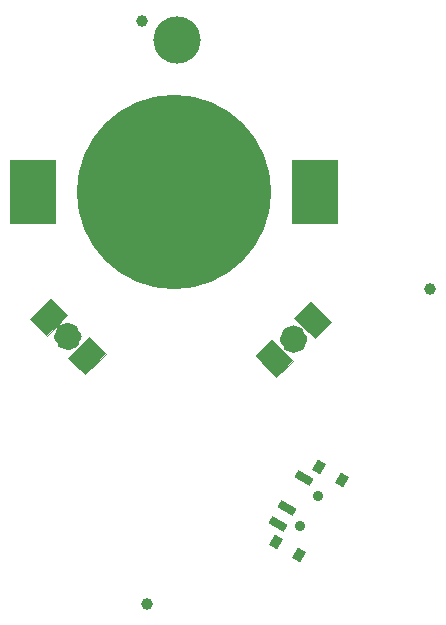
<source format=gbr>
%TF.GenerationSoftware,KiCad,Pcbnew,(6.0.7)*%
%TF.CreationDate,2022-12-12T17:27:47-06:00*%
%TF.ProjectId,LLK,4c4c4b2e-6b69-4636-9164-5f7063625858,rev?*%
%TF.SameCoordinates,Original*%
%TF.FileFunction,Soldermask,Bot*%
%TF.FilePolarity,Negative*%
%FSLAX46Y46*%
G04 Gerber Fmt 4.6, Leading zero omitted, Abs format (unit mm)*
G04 Created by KiCad (PCBNEW (6.0.7)) date 2022-12-12 17:27:47*
%MOMM*%
%LPD*%
G01*
G04 APERTURE LIST*
G04 Aperture macros list*
%AMRotRect*
0 Rectangle, with rotation*
0 The origin of the aperture is its center*
0 $1 length*
0 $2 width*
0 $3 Rotation angle, in degrees counterclockwise*
0 Add horizontal line*
21,1,$1,$2,0,0,$3*%
G04 Aperture macros list end*
%ADD10C,1.152496*%
%ADD11C,0.100000*%
%ADD12C,4.000000*%
%ADD13RotRect,1.955800X2.463800X135.000000*%
%ADD14RotRect,1.930400X2.438400X135.000000*%
%ADD15RotRect,1.955800X2.463800X45.000000*%
%ADD16RotRect,1.930400X2.438400X45.000000*%
%ADD17C,1.000000*%
%ADD18R,3.857800X5.472400*%
%ADD19R,3.908600X5.523200*%
%ADD20C,16.459512*%
%ADD21RotRect,1.000000X0.800000X240.000000*%
%ADD22C,0.900000*%
%ADD23RotRect,0.700000X1.500000X240.000000*%
G04 APERTURE END LIST*
%TO.C,D1*%
D10*
X142016248Y-104320000D02*
G75*
G03*
X142016248Y-104320000I-576248J0D01*
G01*
G36*
X141368158Y-102523949D02*
G01*
X139643949Y-104248158D01*
X138278950Y-102883159D01*
X140003159Y-101158950D01*
X141368158Y-102523949D01*
G37*
D11*
X141368158Y-102523949D02*
X139643949Y-104248158D01*
X138278950Y-102883159D01*
X140003159Y-101158950D01*
X141368158Y-102523949D01*
G36*
X144654932Y-105774801D02*
G01*
X142894801Y-107534932D01*
X141493882Y-106134012D01*
X143254012Y-104373882D01*
X144654932Y-105774801D01*
G37*
X144654932Y-105774801D02*
X142894801Y-107534932D01*
X141493882Y-106134012D01*
X143254012Y-104373882D01*
X144654932Y-105774801D01*
%TO.C,D2*%
D10*
X161133603Y-104549758D02*
G75*
G03*
X161133603Y-104549758I-576248J0D01*
G01*
G36*
X160503473Y-106363770D02*
G01*
X159102554Y-107764690D01*
X157342423Y-106004559D01*
X158743343Y-104603640D01*
X160503473Y-106363770D01*
G37*
D11*
X160503473Y-106363770D02*
X159102554Y-107764690D01*
X157342423Y-106004559D01*
X158743343Y-104603640D01*
X160503473Y-106363770D01*
G36*
X163718405Y-103112917D02*
G01*
X162353406Y-104477916D01*
X160629197Y-102753707D01*
X161994196Y-101388708D01*
X163718405Y-103112917D01*
G37*
X163718405Y-103112917D02*
X162353406Y-104477916D01*
X160629197Y-102753707D01*
X161994196Y-101388708D01*
X163718405Y-103112917D01*
%TD*%
D12*
%TO.C,REF\u002A\u002A*%
X150660000Y-79220000D03*
%TD*%
D13*
%TO.C,D1*%
X143056446Y-105936446D03*
D14*
X139823554Y-102703554D03*
%TD*%
D15*
%TO.C,D2*%
X158940909Y-106166204D03*
D16*
X162173801Y-102933312D03*
%TD*%
D17*
%TO.C,REF\u002A\u002A*%
X172110000Y-100300000D03*
%TD*%
%TO.C,REF\u002A\u002A*%
X147740000Y-77580000D03*
%TD*%
D18*
%TO.C,BT1*%
X138535000Y-92060000D03*
D19*
X162345000Y-92060000D03*
D20*
X150440000Y-92060000D03*
%TD*%
D21*
%TO.C,ON/OFF*%
X162739500Y-115379007D03*
D22*
X161125788Y-120394038D03*
D21*
X159089500Y-121700993D03*
D22*
X162625788Y-117795962D03*
D21*
X164653416Y-116484007D03*
X161003416Y-122805993D03*
D23*
X161476584Y-116266443D03*
X159976584Y-118864519D03*
X159226584Y-120163557D03*
%TD*%
D17*
%TO.C,REF\u002A\u002A*%
X148170000Y-126990000D03*
%TD*%
M02*

</source>
